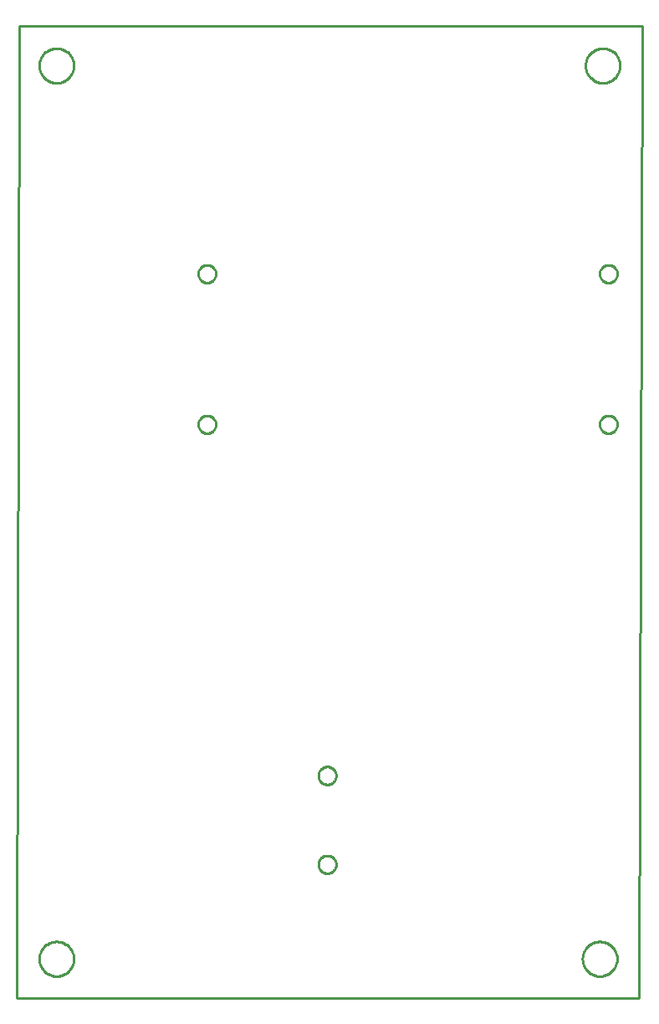
<source format=gbr>
G04 EAGLE Gerber RS-274X export*
G75*
%MOMM*%
%FSLAX34Y34*%
%LPD*%
%IN*%
%IPPOS*%
%AMOC8*
5,1,8,0,0,1.08239X$1,22.5*%
G01*
%ADD10C,0.254000*%


D10*
X0Y0D02*
X630000Y0D01*
X632700Y984300D01*
X2700Y984300D01*
X0Y0D01*
X57500Y943427D02*
X57425Y942284D01*
X57276Y941148D01*
X57052Y940024D01*
X56755Y938917D01*
X56387Y937832D01*
X55949Y936774D01*
X55442Y935746D01*
X54869Y934754D01*
X54232Y933801D01*
X53535Y932892D01*
X52779Y932031D01*
X51969Y931221D01*
X51108Y930465D01*
X50199Y929768D01*
X49246Y929131D01*
X48254Y928558D01*
X47226Y928051D01*
X46168Y927613D01*
X45083Y927245D01*
X43976Y926948D01*
X42852Y926725D01*
X41716Y926575D01*
X40573Y926500D01*
X39427Y926500D01*
X38284Y926575D01*
X37148Y926725D01*
X36024Y926948D01*
X34917Y927245D01*
X33832Y927613D01*
X32774Y928051D01*
X31746Y928558D01*
X30754Y929131D01*
X29801Y929768D01*
X28892Y930465D01*
X28031Y931221D01*
X27221Y932031D01*
X26465Y932892D01*
X25768Y933801D01*
X25131Y934754D01*
X24558Y935746D01*
X24051Y936774D01*
X23613Y937832D01*
X23245Y938917D01*
X22948Y940024D01*
X22725Y941148D01*
X22575Y942284D01*
X22500Y943427D01*
X22500Y944573D01*
X22575Y945716D01*
X22725Y946852D01*
X22948Y947976D01*
X23245Y949083D01*
X23613Y950168D01*
X24051Y951226D01*
X24558Y952254D01*
X25131Y953246D01*
X25768Y954199D01*
X26465Y955108D01*
X27221Y955969D01*
X28031Y956779D01*
X28892Y957535D01*
X29801Y958232D01*
X30754Y958869D01*
X31746Y959442D01*
X32774Y959949D01*
X33832Y960387D01*
X34917Y960755D01*
X36024Y961052D01*
X37148Y961276D01*
X38284Y961425D01*
X39427Y961500D01*
X40573Y961500D01*
X41716Y961425D01*
X42852Y961276D01*
X43976Y961052D01*
X45083Y960755D01*
X46168Y960387D01*
X47226Y959949D01*
X48254Y959442D01*
X49246Y958869D01*
X50199Y958232D01*
X51108Y957535D01*
X51969Y956779D01*
X52779Y955969D01*
X53535Y955108D01*
X54232Y954199D01*
X54869Y953246D01*
X55442Y952254D01*
X55949Y951226D01*
X56387Y950168D01*
X56755Y949083D01*
X57052Y947976D01*
X57276Y946852D01*
X57425Y945716D01*
X57500Y944573D01*
X57500Y943427D01*
X610500Y943427D02*
X610425Y942284D01*
X610276Y941148D01*
X610052Y940024D01*
X609755Y938917D01*
X609387Y937832D01*
X608949Y936774D01*
X608442Y935746D01*
X607869Y934754D01*
X607232Y933801D01*
X606535Y932892D01*
X605779Y932031D01*
X604969Y931221D01*
X604108Y930465D01*
X603199Y929768D01*
X602246Y929131D01*
X601254Y928558D01*
X600226Y928051D01*
X599168Y927613D01*
X598083Y927245D01*
X596976Y926948D01*
X595852Y926725D01*
X594716Y926575D01*
X593573Y926500D01*
X592427Y926500D01*
X591284Y926575D01*
X590148Y926725D01*
X589024Y926948D01*
X587917Y927245D01*
X586832Y927613D01*
X585774Y928051D01*
X584746Y928558D01*
X583754Y929131D01*
X582801Y929768D01*
X581892Y930465D01*
X581031Y931221D01*
X580221Y932031D01*
X579465Y932892D01*
X578768Y933801D01*
X578131Y934754D01*
X577558Y935746D01*
X577051Y936774D01*
X576613Y937832D01*
X576245Y938917D01*
X575948Y940024D01*
X575725Y941148D01*
X575575Y942284D01*
X575500Y943427D01*
X575500Y944573D01*
X575575Y945716D01*
X575725Y946852D01*
X575948Y947976D01*
X576245Y949083D01*
X576613Y950168D01*
X577051Y951226D01*
X577558Y952254D01*
X578131Y953246D01*
X578768Y954199D01*
X579465Y955108D01*
X580221Y955969D01*
X581031Y956779D01*
X581892Y957535D01*
X582801Y958232D01*
X583754Y958869D01*
X584746Y959442D01*
X585774Y959949D01*
X586832Y960387D01*
X587917Y960755D01*
X589024Y961052D01*
X590148Y961276D01*
X591284Y961425D01*
X592427Y961500D01*
X593573Y961500D01*
X594716Y961425D01*
X595852Y961276D01*
X596976Y961052D01*
X598083Y960755D01*
X599168Y960387D01*
X600226Y959949D01*
X601254Y959442D01*
X602246Y958869D01*
X603199Y958232D01*
X604108Y957535D01*
X604969Y956779D01*
X605779Y955969D01*
X606535Y955108D01*
X607232Y954199D01*
X607869Y953246D01*
X608442Y952254D01*
X608949Y951226D01*
X609387Y950168D01*
X609755Y949083D01*
X610052Y947976D01*
X610276Y946852D01*
X610425Y945716D01*
X610500Y944573D01*
X610500Y943427D01*
X57500Y39427D02*
X57425Y38284D01*
X57276Y37148D01*
X57052Y36024D01*
X56755Y34917D01*
X56387Y33832D01*
X55949Y32774D01*
X55442Y31746D01*
X54869Y30754D01*
X54232Y29801D01*
X53535Y28892D01*
X52779Y28031D01*
X51969Y27221D01*
X51108Y26465D01*
X50199Y25768D01*
X49246Y25131D01*
X48254Y24558D01*
X47226Y24051D01*
X46168Y23613D01*
X45083Y23245D01*
X43976Y22948D01*
X42852Y22725D01*
X41716Y22575D01*
X40573Y22500D01*
X39427Y22500D01*
X38284Y22575D01*
X37148Y22725D01*
X36024Y22948D01*
X34917Y23245D01*
X33832Y23613D01*
X32774Y24051D01*
X31746Y24558D01*
X30754Y25131D01*
X29801Y25768D01*
X28892Y26465D01*
X28031Y27221D01*
X27221Y28031D01*
X26465Y28892D01*
X25768Y29801D01*
X25131Y30754D01*
X24558Y31746D01*
X24051Y32774D01*
X23613Y33832D01*
X23245Y34917D01*
X22948Y36024D01*
X22725Y37148D01*
X22575Y38284D01*
X22500Y39427D01*
X22500Y40573D01*
X22575Y41716D01*
X22725Y42852D01*
X22948Y43976D01*
X23245Y45083D01*
X23613Y46168D01*
X24051Y47226D01*
X24558Y48254D01*
X25131Y49246D01*
X25768Y50199D01*
X26465Y51108D01*
X27221Y51969D01*
X28031Y52779D01*
X28892Y53535D01*
X29801Y54232D01*
X30754Y54869D01*
X31746Y55442D01*
X32774Y55949D01*
X33832Y56387D01*
X34917Y56755D01*
X36024Y57052D01*
X37148Y57276D01*
X38284Y57425D01*
X39427Y57500D01*
X40573Y57500D01*
X41716Y57425D01*
X42852Y57276D01*
X43976Y57052D01*
X45083Y56755D01*
X46168Y56387D01*
X47226Y55949D01*
X48254Y55442D01*
X49246Y54869D01*
X50199Y54232D01*
X51108Y53535D01*
X51969Y52779D01*
X52779Y51969D01*
X53535Y51108D01*
X54232Y50199D01*
X54869Y49246D01*
X55442Y48254D01*
X55949Y47226D01*
X56387Y46168D01*
X56755Y45083D01*
X57052Y43976D01*
X57276Y42852D01*
X57425Y41716D01*
X57500Y40573D01*
X57500Y39427D01*
X607500Y39427D02*
X607425Y38284D01*
X607276Y37148D01*
X607052Y36024D01*
X606755Y34917D01*
X606387Y33832D01*
X605949Y32774D01*
X605442Y31746D01*
X604869Y30754D01*
X604232Y29801D01*
X603535Y28892D01*
X602779Y28031D01*
X601969Y27221D01*
X601108Y26465D01*
X600199Y25768D01*
X599246Y25131D01*
X598254Y24558D01*
X597226Y24051D01*
X596168Y23613D01*
X595083Y23245D01*
X593976Y22948D01*
X592852Y22725D01*
X591716Y22575D01*
X590573Y22500D01*
X589427Y22500D01*
X588284Y22575D01*
X587148Y22725D01*
X586024Y22948D01*
X584917Y23245D01*
X583832Y23613D01*
X582774Y24051D01*
X581746Y24558D01*
X580754Y25131D01*
X579801Y25768D01*
X578892Y26465D01*
X578031Y27221D01*
X577221Y28031D01*
X576465Y28892D01*
X575768Y29801D01*
X575131Y30754D01*
X574558Y31746D01*
X574051Y32774D01*
X573613Y33832D01*
X573245Y34917D01*
X572948Y36024D01*
X572725Y37148D01*
X572575Y38284D01*
X572500Y39427D01*
X572500Y40573D01*
X572575Y41716D01*
X572725Y42852D01*
X572948Y43976D01*
X573245Y45083D01*
X573613Y46168D01*
X574051Y47226D01*
X574558Y48254D01*
X575131Y49246D01*
X575768Y50199D01*
X576465Y51108D01*
X577221Y51969D01*
X578031Y52779D01*
X578892Y53535D01*
X579801Y54232D01*
X580754Y54869D01*
X581746Y55442D01*
X582774Y55949D01*
X583832Y56387D01*
X584917Y56755D01*
X586024Y57052D01*
X587148Y57276D01*
X588284Y57425D01*
X589427Y57500D01*
X590573Y57500D01*
X591716Y57425D01*
X592852Y57276D01*
X593976Y57052D01*
X595083Y56755D01*
X596168Y56387D01*
X597226Y55949D01*
X598254Y55442D01*
X599246Y54869D01*
X600199Y54232D01*
X601108Y53535D01*
X601969Y52779D01*
X602779Y51969D01*
X603535Y51108D01*
X604232Y50199D01*
X604869Y49246D01*
X605442Y48254D01*
X605949Y47226D01*
X606387Y46168D01*
X606755Y45083D01*
X607052Y43976D01*
X607276Y42852D01*
X607425Y41716D01*
X607500Y40573D01*
X607500Y39427D01*
X589910Y733688D02*
X589978Y734461D01*
X590112Y735226D01*
X590313Y735976D01*
X590579Y736705D01*
X590907Y737409D01*
X591295Y738081D01*
X591740Y738717D01*
X592239Y739312D01*
X592788Y739861D01*
X593383Y740360D01*
X594019Y740805D01*
X594691Y741193D01*
X595395Y741521D01*
X596124Y741787D01*
X596874Y741988D01*
X597639Y742122D01*
X598412Y742190D01*
X599188Y742190D01*
X599961Y742122D01*
X600726Y741988D01*
X601476Y741787D01*
X602205Y741521D01*
X602909Y741193D01*
X603581Y740805D01*
X604217Y740360D01*
X604812Y739861D01*
X605361Y739312D01*
X605860Y738717D01*
X606305Y738081D01*
X606693Y737409D01*
X607021Y736705D01*
X607287Y735976D01*
X607488Y735226D01*
X607622Y734461D01*
X607690Y733688D01*
X607690Y732912D01*
X607622Y732139D01*
X607488Y731374D01*
X607287Y730624D01*
X607021Y729895D01*
X606693Y729191D01*
X606305Y728519D01*
X605860Y727883D01*
X605361Y727288D01*
X604812Y726739D01*
X604217Y726240D01*
X603581Y725795D01*
X602909Y725407D01*
X602205Y725079D01*
X601476Y724813D01*
X600726Y724612D01*
X599961Y724478D01*
X599188Y724410D01*
X598412Y724410D01*
X597639Y724478D01*
X596874Y724612D01*
X596124Y724813D01*
X595395Y725079D01*
X594691Y725407D01*
X594019Y725795D01*
X593383Y726240D01*
X592788Y726739D01*
X592239Y727288D01*
X591740Y727883D01*
X591295Y728519D01*
X590907Y729191D01*
X590579Y729895D01*
X590313Y730624D01*
X590112Y731374D01*
X589978Y732139D01*
X589910Y732912D01*
X589910Y733688D01*
X589910Y581288D02*
X589978Y582061D01*
X590112Y582826D01*
X590313Y583576D01*
X590579Y584305D01*
X590907Y585009D01*
X591295Y585681D01*
X591740Y586317D01*
X592239Y586912D01*
X592788Y587461D01*
X593383Y587960D01*
X594019Y588405D01*
X594691Y588793D01*
X595395Y589121D01*
X596124Y589387D01*
X596874Y589588D01*
X597639Y589722D01*
X598412Y589790D01*
X599188Y589790D01*
X599961Y589722D01*
X600726Y589588D01*
X601476Y589387D01*
X602205Y589121D01*
X602909Y588793D01*
X603581Y588405D01*
X604217Y587960D01*
X604812Y587461D01*
X605361Y586912D01*
X605860Y586317D01*
X606305Y585681D01*
X606693Y585009D01*
X607021Y584305D01*
X607287Y583576D01*
X607488Y582826D01*
X607622Y582061D01*
X607690Y581288D01*
X607690Y580512D01*
X607622Y579739D01*
X607488Y578974D01*
X607287Y578224D01*
X607021Y577495D01*
X606693Y576791D01*
X606305Y576119D01*
X605860Y575483D01*
X605361Y574888D01*
X604812Y574339D01*
X604217Y573840D01*
X603581Y573395D01*
X602909Y573007D01*
X602205Y572679D01*
X601476Y572413D01*
X600726Y572212D01*
X599961Y572078D01*
X599188Y572010D01*
X598412Y572010D01*
X597639Y572078D01*
X596874Y572212D01*
X596124Y572413D01*
X595395Y572679D01*
X594691Y573007D01*
X594019Y573395D01*
X593383Y573840D01*
X592788Y574339D01*
X592239Y574888D01*
X591740Y575483D01*
X591295Y576119D01*
X590907Y576791D01*
X590579Y577495D01*
X590313Y578224D01*
X590112Y578974D01*
X589978Y579739D01*
X589910Y580512D01*
X589910Y581288D01*
X183510Y581288D02*
X183578Y582061D01*
X183712Y582826D01*
X183913Y583576D01*
X184179Y584305D01*
X184507Y585009D01*
X184895Y585681D01*
X185340Y586317D01*
X185839Y586912D01*
X186388Y587461D01*
X186983Y587960D01*
X187619Y588405D01*
X188291Y588793D01*
X188995Y589121D01*
X189724Y589387D01*
X190474Y589588D01*
X191239Y589722D01*
X192012Y589790D01*
X192788Y589790D01*
X193561Y589722D01*
X194326Y589588D01*
X195076Y589387D01*
X195805Y589121D01*
X196509Y588793D01*
X197181Y588405D01*
X197817Y587960D01*
X198412Y587461D01*
X198961Y586912D01*
X199460Y586317D01*
X199905Y585681D01*
X200293Y585009D01*
X200621Y584305D01*
X200887Y583576D01*
X201088Y582826D01*
X201222Y582061D01*
X201290Y581288D01*
X201290Y580512D01*
X201222Y579739D01*
X201088Y578974D01*
X200887Y578224D01*
X200621Y577495D01*
X200293Y576791D01*
X199905Y576119D01*
X199460Y575483D01*
X198961Y574888D01*
X198412Y574339D01*
X197817Y573840D01*
X197181Y573395D01*
X196509Y573007D01*
X195805Y572679D01*
X195076Y572413D01*
X194326Y572212D01*
X193561Y572078D01*
X192788Y572010D01*
X192012Y572010D01*
X191239Y572078D01*
X190474Y572212D01*
X189724Y572413D01*
X188995Y572679D01*
X188291Y573007D01*
X187619Y573395D01*
X186983Y573840D01*
X186388Y574339D01*
X185839Y574888D01*
X185340Y575483D01*
X184895Y576119D01*
X184507Y576791D01*
X184179Y577495D01*
X183913Y578224D01*
X183712Y578974D01*
X183578Y579739D01*
X183510Y580512D01*
X183510Y581288D01*
X183510Y733688D02*
X183578Y734461D01*
X183712Y735226D01*
X183913Y735976D01*
X184179Y736705D01*
X184507Y737409D01*
X184895Y738081D01*
X185340Y738717D01*
X185839Y739312D01*
X186388Y739861D01*
X186983Y740360D01*
X187619Y740805D01*
X188291Y741193D01*
X188995Y741521D01*
X189724Y741787D01*
X190474Y741988D01*
X191239Y742122D01*
X192012Y742190D01*
X192788Y742190D01*
X193561Y742122D01*
X194326Y741988D01*
X195076Y741787D01*
X195805Y741521D01*
X196509Y741193D01*
X197181Y740805D01*
X197817Y740360D01*
X198412Y739861D01*
X198961Y739312D01*
X199460Y738717D01*
X199905Y738081D01*
X200293Y737409D01*
X200621Y736705D01*
X200887Y735976D01*
X201088Y735226D01*
X201222Y734461D01*
X201290Y733688D01*
X201290Y732912D01*
X201222Y732139D01*
X201088Y731374D01*
X200887Y730624D01*
X200621Y729895D01*
X200293Y729191D01*
X199905Y728519D01*
X199460Y727883D01*
X198961Y727288D01*
X198412Y726739D01*
X197817Y726240D01*
X197181Y725795D01*
X196509Y725407D01*
X195805Y725079D01*
X195076Y724813D01*
X194326Y724612D01*
X193561Y724478D01*
X192788Y724410D01*
X192012Y724410D01*
X191239Y724478D01*
X190474Y724612D01*
X189724Y724813D01*
X188995Y725079D01*
X188291Y725407D01*
X187619Y725795D01*
X186983Y726240D01*
X186388Y726739D01*
X185839Y727288D01*
X185340Y727883D01*
X184895Y728519D01*
X184507Y729191D01*
X184179Y729895D01*
X183913Y730624D01*
X183712Y731374D01*
X183578Y732139D01*
X183510Y732912D01*
X183510Y733688D01*
X323117Y135148D02*
X323048Y134364D01*
X322912Y133589D01*
X322708Y132828D01*
X322439Y132088D01*
X322106Y131374D01*
X321712Y130693D01*
X321260Y130048D01*
X320754Y129444D01*
X320198Y128888D01*
X319594Y128382D01*
X318949Y127930D01*
X318268Y127536D01*
X317554Y127203D01*
X316814Y126934D01*
X316054Y126730D01*
X315278Y126594D01*
X314494Y126525D01*
X313706Y126525D01*
X312922Y126594D01*
X312147Y126730D01*
X311386Y126934D01*
X310646Y127203D01*
X309932Y127536D01*
X309251Y127930D01*
X308606Y128382D01*
X308002Y128888D01*
X307446Y129444D01*
X306940Y130048D01*
X306488Y130693D01*
X306094Y131374D01*
X305761Y132088D01*
X305492Y132828D01*
X305288Y133589D01*
X305152Y134364D01*
X305083Y135148D01*
X305083Y135936D01*
X305152Y136720D01*
X305288Y137496D01*
X305492Y138256D01*
X305761Y138996D01*
X306094Y139710D01*
X306488Y140391D01*
X306940Y141036D01*
X307446Y141640D01*
X308002Y142196D01*
X308606Y142702D01*
X309251Y143154D01*
X309932Y143548D01*
X310646Y143881D01*
X311386Y144150D01*
X312147Y144354D01*
X312922Y144490D01*
X313706Y144559D01*
X314494Y144559D01*
X315278Y144490D01*
X316054Y144354D01*
X316814Y144150D01*
X317554Y143881D01*
X318268Y143548D01*
X318949Y143154D01*
X319594Y142702D01*
X320198Y142196D01*
X320754Y141640D01*
X321260Y141036D01*
X321712Y140391D01*
X322106Y139710D01*
X322439Y138996D01*
X322708Y138256D01*
X322912Y137496D01*
X323048Y136720D01*
X323117Y135936D01*
X323117Y135148D01*
X323117Y225064D02*
X323048Y224280D01*
X322912Y223505D01*
X322708Y222744D01*
X322439Y222004D01*
X322106Y221290D01*
X321712Y220609D01*
X321260Y219964D01*
X320754Y219360D01*
X320198Y218804D01*
X319594Y218298D01*
X318949Y217846D01*
X318268Y217452D01*
X317554Y217119D01*
X316814Y216850D01*
X316054Y216646D01*
X315278Y216510D01*
X314494Y216441D01*
X313706Y216441D01*
X312922Y216510D01*
X312147Y216646D01*
X311386Y216850D01*
X310646Y217119D01*
X309932Y217452D01*
X309251Y217846D01*
X308606Y218298D01*
X308002Y218804D01*
X307446Y219360D01*
X306940Y219964D01*
X306488Y220609D01*
X306094Y221290D01*
X305761Y222004D01*
X305492Y222744D01*
X305288Y223505D01*
X305152Y224280D01*
X305083Y225064D01*
X305083Y225852D01*
X305152Y226636D01*
X305288Y227412D01*
X305492Y228172D01*
X305761Y228912D01*
X306094Y229626D01*
X306488Y230307D01*
X306940Y230952D01*
X307446Y231556D01*
X308002Y232112D01*
X308606Y232618D01*
X309251Y233070D01*
X309932Y233464D01*
X310646Y233797D01*
X311386Y234066D01*
X312147Y234270D01*
X312922Y234406D01*
X313706Y234475D01*
X314494Y234475D01*
X315278Y234406D01*
X316054Y234270D01*
X316814Y234066D01*
X317554Y233797D01*
X318268Y233464D01*
X318949Y233070D01*
X319594Y232618D01*
X320198Y232112D01*
X320754Y231556D01*
X321260Y230952D01*
X321712Y230307D01*
X322106Y229626D01*
X322439Y228912D01*
X322708Y228172D01*
X322912Y227412D01*
X323048Y226636D01*
X323117Y225852D01*
X323117Y225064D01*
M02*

</source>
